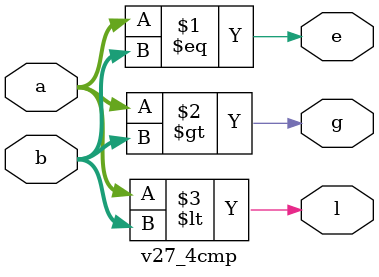
<source format=v>
module v27_4cmp( a, b, e, g, l);
input [3:0]a, b;	//3
output e, g, l;	//4
assign   e = a==b;//5
assign   g = a>b;	//6
assign   l = a<b;	//7
endmodule		//8
</source>
